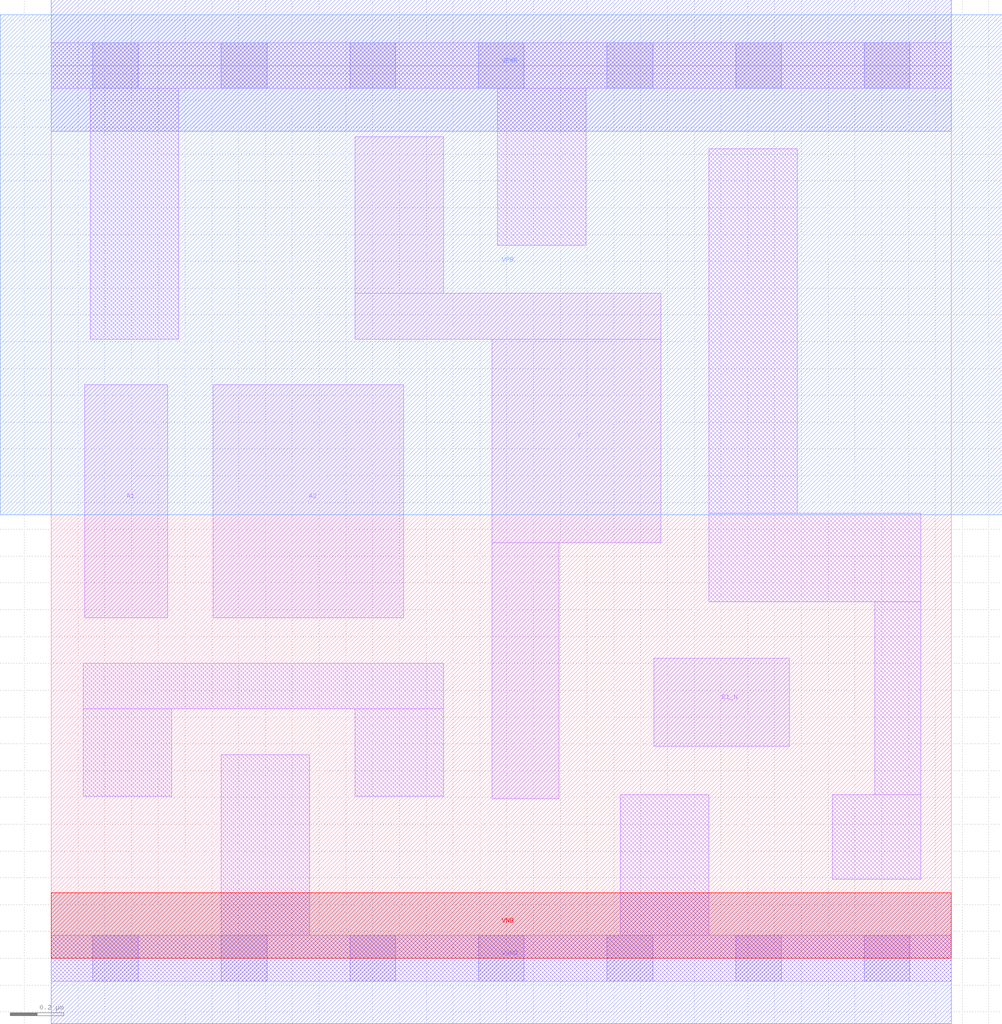
<source format=lef>
# Copyright 2020 The SkyWater PDK Authors
#
# Licensed under the Apache License, Version 2.0 (the "License");
# you may not use this file except in compliance with the License.
# You may obtain a copy of the License at
#
#     https://www.apache.org/licenses/LICENSE-2.0
#
# Unless required by applicable law or agreed to in writing, software
# distributed under the License is distributed on an "AS IS" BASIS,
# WITHOUT WARRANTIES OR CONDITIONS OF ANY KIND, either express or implied.
# See the License for the specific language governing permissions and
# limitations under the License.
#
# SPDX-License-Identifier: Apache-2.0

VERSION 5.7 ;
  NOWIREEXTENSIONATPIN ON ;
  DIVIDERCHAR "/" ;
  BUSBITCHARS "[]" ;
MACRO sky130_fd_sc_lp__o21bai_lp
  CLASS CORE ;
  FOREIGN sky130_fd_sc_lp__o21bai_lp ;
  ORIGIN  0.000000  0.000000 ;
  SIZE  3.360000 BY  3.330000 ;
  SYMMETRY X Y R90 ;
  SITE unit ;
  PIN A1
    ANTENNAGATEAREA  0.313000 ;
    DIRECTION INPUT ;
    USE SIGNAL ;
    PORT
      LAYER li1 ;
        RECT 0.125000 1.270000 0.435000 2.140000 ;
    END
  END A1
  PIN A2
    ANTENNAGATEAREA  0.313000 ;
    DIRECTION INPUT ;
    USE SIGNAL ;
    PORT
      LAYER li1 ;
        RECT 0.605000 1.270000 1.315000 2.140000 ;
    END
  END A2
  PIN B1_N
    ANTENNAGATEAREA  0.376000 ;
    DIRECTION INPUT ;
    USE SIGNAL ;
    PORT
      LAYER li1 ;
        RECT 2.250000 0.790000 2.755000 1.120000 ;
    END
  END B1_N
  PIN Y
    ANTENNADIFFAREA  0.399700 ;
    DIRECTION OUTPUT ;
    USE SIGNAL ;
    PORT
      LAYER li1 ;
        RECT 1.135000 2.310000 2.275000 2.480000 ;
        RECT 1.135000 2.480000 1.465000 3.065000 ;
        RECT 1.645000 0.595000 1.895000 1.550000 ;
        RECT 1.645000 1.550000 2.275000 2.310000 ;
    END
  END Y
  PIN VGND
    DIRECTION INOUT ;
    USE GROUND ;
    PORT
      LAYER met1 ;
        RECT 0.000000 -0.245000 3.360000 0.245000 ;
    END
  END VGND
  PIN VNB
    DIRECTION INOUT ;
    USE GROUND ;
    PORT
      LAYER pwell ;
        RECT 0.000000 0.000000 3.360000 0.245000 ;
    END
  END VNB
  PIN VPB
    DIRECTION INOUT ;
    USE POWER ;
    PORT
      LAYER nwell ;
        RECT -0.190000 1.655000 3.550000 3.520000 ;
    END
  END VPB
  PIN VPWR
    DIRECTION INOUT ;
    USE POWER ;
    PORT
      LAYER met1 ;
        RECT 0.000000 3.085000 3.360000 3.575000 ;
    END
  END VPWR
  OBS
    LAYER li1 ;
      RECT 0.000000 -0.085000 3.360000 0.085000 ;
      RECT 0.000000  3.245000 3.360000 3.415000 ;
      RECT 0.120000  0.605000 0.450000 0.930000 ;
      RECT 0.120000  0.930000 1.465000 1.100000 ;
      RECT 0.145000  2.310000 0.475000 3.245000 ;
      RECT 0.635000  0.085000 0.965000 0.760000 ;
      RECT 1.135000  0.605000 1.465000 0.930000 ;
      RECT 1.665000  2.660000 1.995000 3.245000 ;
      RECT 2.125000  0.085000 2.455000 0.610000 ;
      RECT 2.455000  1.330000 3.245000 1.660000 ;
      RECT 2.455000  1.660000 2.785000 3.020000 ;
      RECT 2.915000  0.295000 3.245000 0.610000 ;
      RECT 3.075000  0.610000 3.245000 1.330000 ;
    LAYER mcon ;
      RECT 0.155000 -0.085000 0.325000 0.085000 ;
      RECT 0.155000  3.245000 0.325000 3.415000 ;
      RECT 0.635000 -0.085000 0.805000 0.085000 ;
      RECT 0.635000  3.245000 0.805000 3.415000 ;
      RECT 1.115000 -0.085000 1.285000 0.085000 ;
      RECT 1.115000  3.245000 1.285000 3.415000 ;
      RECT 1.595000 -0.085000 1.765000 0.085000 ;
      RECT 1.595000  3.245000 1.765000 3.415000 ;
      RECT 2.075000 -0.085000 2.245000 0.085000 ;
      RECT 2.075000  3.245000 2.245000 3.415000 ;
      RECT 2.555000 -0.085000 2.725000 0.085000 ;
      RECT 2.555000  3.245000 2.725000 3.415000 ;
      RECT 3.035000 -0.085000 3.205000 0.085000 ;
      RECT 3.035000  3.245000 3.205000 3.415000 ;
  END
END sky130_fd_sc_lp__o21bai_lp
END LIBRARY

</source>
